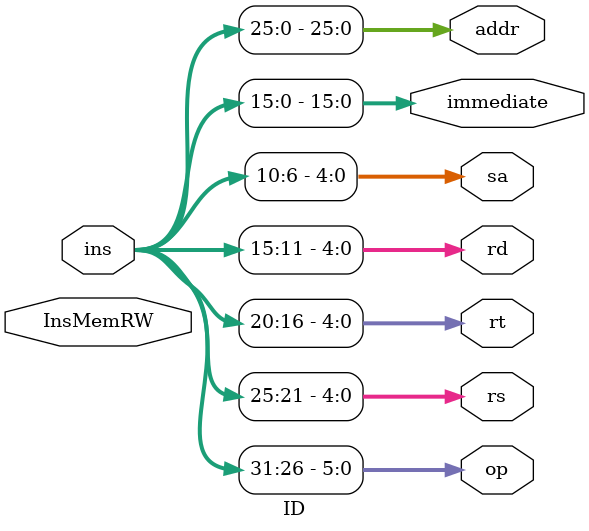
<source format=v>
`timescale 1ns / 1ps


module ID(
    input InsMemRW, //¶ÁÐ´IDµÄÐÅºÅ,0Îª¶Á
    input [31:0] ins,// Ö¸Áî
    output [5:0] op,
   output [4:0] rs,
   output [4:0] rt,
   output [4:0] rd,
   output [4:0] sa,
   output [15:0] immediate, //Á¢¼´Êý
   output [25:0] addr //JÐÍÖ¸ÁîÌø×ªÎ»ÖÃ
    );
assign op = ins[31:26];
assign rs = ins[25:21];
assign rt = ins[20:16];
assign rd = ins[15:11];
assign sa = ins[10:6];
assign immediate = ins[15:0];
assign addr = ins[25:0];
endmodule

</source>
